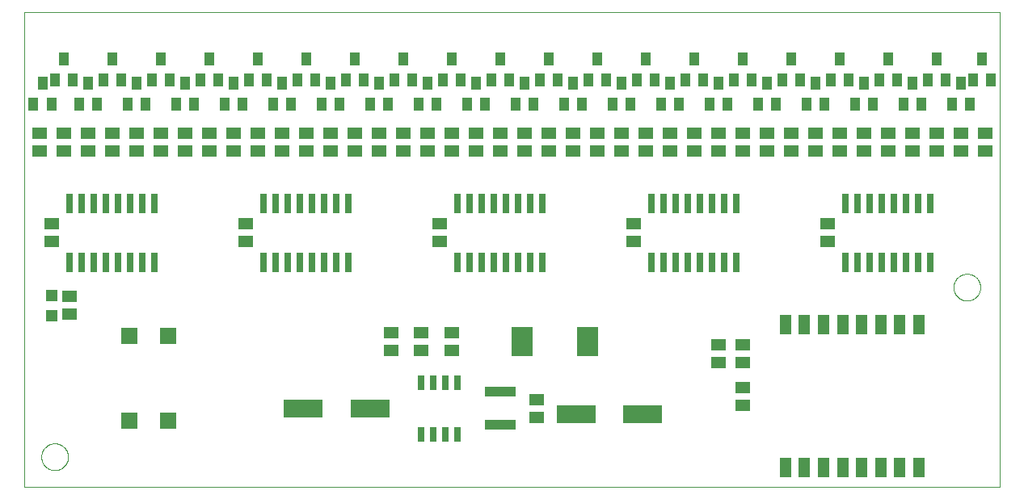
<source format=gtp>
G75*
%MOIN*%
%OFA0B0*%
%FSLAX25Y25*%
%IPPOS*%
%LPD*%
%AMOC8*
5,1,8,0,0,1.08239X$1,22.5*
%
%ADD10C,0.00000*%
%ADD11R,0.05906X0.05118*%
%ADD12R,0.02600X0.08000*%
%ADD13R,0.06299X0.05118*%
%ADD14R,0.04724X0.07874*%
%ADD15R,0.09055X0.12402*%
%ADD16R,0.12598X0.03937*%
%ADD17R,0.03937X0.05512*%
%ADD18R,0.07087X0.06693*%
%ADD19R,0.16339X0.07480*%
%ADD20R,0.02559X0.06004*%
%ADD21R,0.04724X0.04724*%
D10*
X0005550Y0006800D02*
X0005550Y0203001D01*
X0407971Y0203001D01*
X0407971Y0006800D01*
X0005550Y0006800D01*
X0012538Y0019300D02*
X0012540Y0019448D01*
X0012546Y0019596D01*
X0012556Y0019744D01*
X0012570Y0019891D01*
X0012588Y0020038D01*
X0012609Y0020184D01*
X0012635Y0020330D01*
X0012665Y0020475D01*
X0012698Y0020619D01*
X0012736Y0020762D01*
X0012777Y0020904D01*
X0012822Y0021045D01*
X0012870Y0021185D01*
X0012923Y0021324D01*
X0012979Y0021461D01*
X0013039Y0021596D01*
X0013102Y0021730D01*
X0013169Y0021862D01*
X0013240Y0021992D01*
X0013314Y0022120D01*
X0013391Y0022246D01*
X0013472Y0022370D01*
X0013556Y0022492D01*
X0013643Y0022611D01*
X0013734Y0022728D01*
X0013828Y0022843D01*
X0013924Y0022955D01*
X0014024Y0023065D01*
X0014126Y0023171D01*
X0014232Y0023275D01*
X0014340Y0023376D01*
X0014451Y0023474D01*
X0014564Y0023570D01*
X0014680Y0023662D01*
X0014798Y0023751D01*
X0014919Y0023836D01*
X0015042Y0023919D01*
X0015167Y0023998D01*
X0015294Y0024074D01*
X0015423Y0024146D01*
X0015554Y0024215D01*
X0015687Y0024280D01*
X0015822Y0024341D01*
X0015958Y0024399D01*
X0016095Y0024454D01*
X0016234Y0024504D01*
X0016375Y0024551D01*
X0016516Y0024594D01*
X0016659Y0024634D01*
X0016803Y0024669D01*
X0016947Y0024701D01*
X0017093Y0024728D01*
X0017239Y0024752D01*
X0017386Y0024772D01*
X0017533Y0024788D01*
X0017680Y0024800D01*
X0017828Y0024808D01*
X0017976Y0024812D01*
X0018124Y0024812D01*
X0018272Y0024808D01*
X0018420Y0024800D01*
X0018567Y0024788D01*
X0018714Y0024772D01*
X0018861Y0024752D01*
X0019007Y0024728D01*
X0019153Y0024701D01*
X0019297Y0024669D01*
X0019441Y0024634D01*
X0019584Y0024594D01*
X0019725Y0024551D01*
X0019866Y0024504D01*
X0020005Y0024454D01*
X0020142Y0024399D01*
X0020278Y0024341D01*
X0020413Y0024280D01*
X0020546Y0024215D01*
X0020677Y0024146D01*
X0020806Y0024074D01*
X0020933Y0023998D01*
X0021058Y0023919D01*
X0021181Y0023836D01*
X0021302Y0023751D01*
X0021420Y0023662D01*
X0021536Y0023570D01*
X0021649Y0023474D01*
X0021760Y0023376D01*
X0021868Y0023275D01*
X0021974Y0023171D01*
X0022076Y0023065D01*
X0022176Y0022955D01*
X0022272Y0022843D01*
X0022366Y0022728D01*
X0022457Y0022611D01*
X0022544Y0022492D01*
X0022628Y0022370D01*
X0022709Y0022246D01*
X0022786Y0022120D01*
X0022860Y0021992D01*
X0022931Y0021862D01*
X0022998Y0021730D01*
X0023061Y0021596D01*
X0023121Y0021461D01*
X0023177Y0021324D01*
X0023230Y0021185D01*
X0023278Y0021045D01*
X0023323Y0020904D01*
X0023364Y0020762D01*
X0023402Y0020619D01*
X0023435Y0020475D01*
X0023465Y0020330D01*
X0023491Y0020184D01*
X0023512Y0020038D01*
X0023530Y0019891D01*
X0023544Y0019744D01*
X0023554Y0019596D01*
X0023560Y0019448D01*
X0023562Y0019300D01*
X0023560Y0019152D01*
X0023554Y0019004D01*
X0023544Y0018856D01*
X0023530Y0018709D01*
X0023512Y0018562D01*
X0023491Y0018416D01*
X0023465Y0018270D01*
X0023435Y0018125D01*
X0023402Y0017981D01*
X0023364Y0017838D01*
X0023323Y0017696D01*
X0023278Y0017555D01*
X0023230Y0017415D01*
X0023177Y0017276D01*
X0023121Y0017139D01*
X0023061Y0017004D01*
X0022998Y0016870D01*
X0022931Y0016738D01*
X0022860Y0016608D01*
X0022786Y0016480D01*
X0022709Y0016354D01*
X0022628Y0016230D01*
X0022544Y0016108D01*
X0022457Y0015989D01*
X0022366Y0015872D01*
X0022272Y0015757D01*
X0022176Y0015645D01*
X0022076Y0015535D01*
X0021974Y0015429D01*
X0021868Y0015325D01*
X0021760Y0015224D01*
X0021649Y0015126D01*
X0021536Y0015030D01*
X0021420Y0014938D01*
X0021302Y0014849D01*
X0021181Y0014764D01*
X0021058Y0014681D01*
X0020933Y0014602D01*
X0020806Y0014526D01*
X0020677Y0014454D01*
X0020546Y0014385D01*
X0020413Y0014320D01*
X0020278Y0014259D01*
X0020142Y0014201D01*
X0020005Y0014146D01*
X0019866Y0014096D01*
X0019725Y0014049D01*
X0019584Y0014006D01*
X0019441Y0013966D01*
X0019297Y0013931D01*
X0019153Y0013899D01*
X0019007Y0013872D01*
X0018861Y0013848D01*
X0018714Y0013828D01*
X0018567Y0013812D01*
X0018420Y0013800D01*
X0018272Y0013792D01*
X0018124Y0013788D01*
X0017976Y0013788D01*
X0017828Y0013792D01*
X0017680Y0013800D01*
X0017533Y0013812D01*
X0017386Y0013828D01*
X0017239Y0013848D01*
X0017093Y0013872D01*
X0016947Y0013899D01*
X0016803Y0013931D01*
X0016659Y0013966D01*
X0016516Y0014006D01*
X0016375Y0014049D01*
X0016234Y0014096D01*
X0016095Y0014146D01*
X0015958Y0014201D01*
X0015822Y0014259D01*
X0015687Y0014320D01*
X0015554Y0014385D01*
X0015423Y0014454D01*
X0015294Y0014526D01*
X0015167Y0014602D01*
X0015042Y0014681D01*
X0014919Y0014764D01*
X0014798Y0014849D01*
X0014680Y0014938D01*
X0014564Y0015030D01*
X0014451Y0015126D01*
X0014340Y0015224D01*
X0014232Y0015325D01*
X0014126Y0015429D01*
X0014024Y0015535D01*
X0013924Y0015645D01*
X0013828Y0015757D01*
X0013734Y0015872D01*
X0013643Y0015989D01*
X0013556Y0016108D01*
X0013472Y0016230D01*
X0013391Y0016354D01*
X0013314Y0016480D01*
X0013240Y0016608D01*
X0013169Y0016738D01*
X0013102Y0016870D01*
X0013039Y0017004D01*
X0012979Y0017139D01*
X0012923Y0017276D01*
X0012870Y0017415D01*
X0012822Y0017555D01*
X0012777Y0017696D01*
X0012736Y0017838D01*
X0012698Y0017981D01*
X0012665Y0018125D01*
X0012635Y0018270D01*
X0012609Y0018416D01*
X0012588Y0018562D01*
X0012570Y0018709D01*
X0012556Y0018856D01*
X0012546Y0019004D01*
X0012540Y0019152D01*
X0012538Y0019300D01*
X0388788Y0089300D02*
X0388790Y0089448D01*
X0388796Y0089596D01*
X0388806Y0089744D01*
X0388820Y0089891D01*
X0388838Y0090038D01*
X0388859Y0090184D01*
X0388885Y0090330D01*
X0388915Y0090475D01*
X0388948Y0090619D01*
X0388986Y0090762D01*
X0389027Y0090904D01*
X0389072Y0091045D01*
X0389120Y0091185D01*
X0389173Y0091324D01*
X0389229Y0091461D01*
X0389289Y0091596D01*
X0389352Y0091730D01*
X0389419Y0091862D01*
X0389490Y0091992D01*
X0389564Y0092120D01*
X0389641Y0092246D01*
X0389722Y0092370D01*
X0389806Y0092492D01*
X0389893Y0092611D01*
X0389984Y0092728D01*
X0390078Y0092843D01*
X0390174Y0092955D01*
X0390274Y0093065D01*
X0390376Y0093171D01*
X0390482Y0093275D01*
X0390590Y0093376D01*
X0390701Y0093474D01*
X0390814Y0093570D01*
X0390930Y0093662D01*
X0391048Y0093751D01*
X0391169Y0093836D01*
X0391292Y0093919D01*
X0391417Y0093998D01*
X0391544Y0094074D01*
X0391673Y0094146D01*
X0391804Y0094215D01*
X0391937Y0094280D01*
X0392072Y0094341D01*
X0392208Y0094399D01*
X0392345Y0094454D01*
X0392484Y0094504D01*
X0392625Y0094551D01*
X0392766Y0094594D01*
X0392909Y0094634D01*
X0393053Y0094669D01*
X0393197Y0094701D01*
X0393343Y0094728D01*
X0393489Y0094752D01*
X0393636Y0094772D01*
X0393783Y0094788D01*
X0393930Y0094800D01*
X0394078Y0094808D01*
X0394226Y0094812D01*
X0394374Y0094812D01*
X0394522Y0094808D01*
X0394670Y0094800D01*
X0394817Y0094788D01*
X0394964Y0094772D01*
X0395111Y0094752D01*
X0395257Y0094728D01*
X0395403Y0094701D01*
X0395547Y0094669D01*
X0395691Y0094634D01*
X0395834Y0094594D01*
X0395975Y0094551D01*
X0396116Y0094504D01*
X0396255Y0094454D01*
X0396392Y0094399D01*
X0396528Y0094341D01*
X0396663Y0094280D01*
X0396796Y0094215D01*
X0396927Y0094146D01*
X0397056Y0094074D01*
X0397183Y0093998D01*
X0397308Y0093919D01*
X0397431Y0093836D01*
X0397552Y0093751D01*
X0397670Y0093662D01*
X0397786Y0093570D01*
X0397899Y0093474D01*
X0398010Y0093376D01*
X0398118Y0093275D01*
X0398224Y0093171D01*
X0398326Y0093065D01*
X0398426Y0092955D01*
X0398522Y0092843D01*
X0398616Y0092728D01*
X0398707Y0092611D01*
X0398794Y0092492D01*
X0398878Y0092370D01*
X0398959Y0092246D01*
X0399036Y0092120D01*
X0399110Y0091992D01*
X0399181Y0091862D01*
X0399248Y0091730D01*
X0399311Y0091596D01*
X0399371Y0091461D01*
X0399427Y0091324D01*
X0399480Y0091185D01*
X0399528Y0091045D01*
X0399573Y0090904D01*
X0399614Y0090762D01*
X0399652Y0090619D01*
X0399685Y0090475D01*
X0399715Y0090330D01*
X0399741Y0090184D01*
X0399762Y0090038D01*
X0399780Y0089891D01*
X0399794Y0089744D01*
X0399804Y0089596D01*
X0399810Y0089448D01*
X0399812Y0089300D01*
X0399810Y0089152D01*
X0399804Y0089004D01*
X0399794Y0088856D01*
X0399780Y0088709D01*
X0399762Y0088562D01*
X0399741Y0088416D01*
X0399715Y0088270D01*
X0399685Y0088125D01*
X0399652Y0087981D01*
X0399614Y0087838D01*
X0399573Y0087696D01*
X0399528Y0087555D01*
X0399480Y0087415D01*
X0399427Y0087276D01*
X0399371Y0087139D01*
X0399311Y0087004D01*
X0399248Y0086870D01*
X0399181Y0086738D01*
X0399110Y0086608D01*
X0399036Y0086480D01*
X0398959Y0086354D01*
X0398878Y0086230D01*
X0398794Y0086108D01*
X0398707Y0085989D01*
X0398616Y0085872D01*
X0398522Y0085757D01*
X0398426Y0085645D01*
X0398326Y0085535D01*
X0398224Y0085429D01*
X0398118Y0085325D01*
X0398010Y0085224D01*
X0397899Y0085126D01*
X0397786Y0085030D01*
X0397670Y0084938D01*
X0397552Y0084849D01*
X0397431Y0084764D01*
X0397308Y0084681D01*
X0397183Y0084602D01*
X0397056Y0084526D01*
X0396927Y0084454D01*
X0396796Y0084385D01*
X0396663Y0084320D01*
X0396528Y0084259D01*
X0396392Y0084201D01*
X0396255Y0084146D01*
X0396116Y0084096D01*
X0395975Y0084049D01*
X0395834Y0084006D01*
X0395691Y0083966D01*
X0395547Y0083931D01*
X0395403Y0083899D01*
X0395257Y0083872D01*
X0395111Y0083848D01*
X0394964Y0083828D01*
X0394817Y0083812D01*
X0394670Y0083800D01*
X0394522Y0083792D01*
X0394374Y0083788D01*
X0394226Y0083788D01*
X0394078Y0083792D01*
X0393930Y0083800D01*
X0393783Y0083812D01*
X0393636Y0083828D01*
X0393489Y0083848D01*
X0393343Y0083872D01*
X0393197Y0083899D01*
X0393053Y0083931D01*
X0392909Y0083966D01*
X0392766Y0084006D01*
X0392625Y0084049D01*
X0392484Y0084096D01*
X0392345Y0084146D01*
X0392208Y0084201D01*
X0392072Y0084259D01*
X0391937Y0084320D01*
X0391804Y0084385D01*
X0391673Y0084454D01*
X0391544Y0084526D01*
X0391417Y0084602D01*
X0391292Y0084681D01*
X0391169Y0084764D01*
X0391048Y0084849D01*
X0390930Y0084938D01*
X0390814Y0085030D01*
X0390701Y0085126D01*
X0390590Y0085224D01*
X0390482Y0085325D01*
X0390376Y0085429D01*
X0390274Y0085535D01*
X0390174Y0085645D01*
X0390078Y0085757D01*
X0389984Y0085872D01*
X0389893Y0085989D01*
X0389806Y0086108D01*
X0389722Y0086230D01*
X0389641Y0086354D01*
X0389564Y0086480D01*
X0389490Y0086608D01*
X0389419Y0086738D01*
X0389352Y0086870D01*
X0389289Y0087004D01*
X0389229Y0087139D01*
X0389173Y0087276D01*
X0389120Y0087415D01*
X0389072Y0087555D01*
X0389027Y0087696D01*
X0388986Y0087838D01*
X0388948Y0087981D01*
X0388915Y0088125D01*
X0388885Y0088270D01*
X0388859Y0088416D01*
X0388838Y0088562D01*
X0388820Y0088709D01*
X0388806Y0088856D01*
X0388796Y0089004D01*
X0388790Y0089152D01*
X0388788Y0089300D01*
D11*
X0336800Y0108060D03*
X0336800Y0115540D03*
X0256800Y0115540D03*
X0256800Y0108060D03*
X0176800Y0108060D03*
X0176800Y0115540D03*
X0096800Y0115540D03*
X0096800Y0108060D03*
X0156800Y0070540D03*
X0156800Y0063060D03*
X0216800Y0043040D03*
X0216800Y0035560D03*
X0301800Y0040560D03*
X0301800Y0048040D03*
X0016800Y0108060D03*
X0016800Y0115540D03*
D12*
X0024300Y0123900D03*
X0029300Y0123900D03*
X0034300Y0123900D03*
X0039300Y0123900D03*
X0044300Y0123900D03*
X0049300Y0123900D03*
X0054300Y0123900D03*
X0059300Y0123900D03*
X0104300Y0123900D03*
X0109300Y0123900D03*
X0114300Y0123900D03*
X0119300Y0123900D03*
X0124300Y0123900D03*
X0129300Y0123900D03*
X0134300Y0123900D03*
X0139300Y0123900D03*
X0184300Y0123900D03*
X0189300Y0123900D03*
X0194300Y0123900D03*
X0199300Y0123900D03*
X0204300Y0123900D03*
X0209300Y0123900D03*
X0214300Y0123900D03*
X0219300Y0123900D03*
X0264300Y0123900D03*
X0269300Y0123900D03*
X0274300Y0123900D03*
X0279300Y0123900D03*
X0284300Y0123900D03*
X0289300Y0123900D03*
X0294300Y0123900D03*
X0299300Y0123900D03*
X0344300Y0123900D03*
X0349300Y0123900D03*
X0354300Y0123900D03*
X0359300Y0123900D03*
X0364300Y0123900D03*
X0369300Y0123900D03*
X0374300Y0123900D03*
X0379300Y0123900D03*
X0379300Y0099700D03*
X0374300Y0099700D03*
X0369300Y0099700D03*
X0364300Y0099700D03*
X0359300Y0099700D03*
X0354300Y0099700D03*
X0349300Y0099700D03*
X0344300Y0099700D03*
X0299300Y0099700D03*
X0294300Y0099700D03*
X0289300Y0099700D03*
X0284300Y0099700D03*
X0279300Y0099700D03*
X0274300Y0099700D03*
X0269300Y0099700D03*
X0264300Y0099700D03*
X0219300Y0099700D03*
X0214300Y0099700D03*
X0209300Y0099700D03*
X0204300Y0099700D03*
X0199300Y0099700D03*
X0194300Y0099700D03*
X0189300Y0099700D03*
X0184300Y0099700D03*
X0139300Y0099700D03*
X0134300Y0099700D03*
X0129300Y0099700D03*
X0124300Y0099700D03*
X0119300Y0099700D03*
X0114300Y0099700D03*
X0109300Y0099700D03*
X0104300Y0099700D03*
X0059300Y0099700D03*
X0054300Y0099700D03*
X0049300Y0099700D03*
X0044300Y0099700D03*
X0039300Y0099700D03*
X0034300Y0099700D03*
X0029300Y0099700D03*
X0024300Y0099700D03*
D13*
X0024300Y0085540D03*
X0024300Y0078060D03*
X0021800Y0145560D03*
X0031800Y0145560D03*
X0041800Y0145560D03*
X0051800Y0145560D03*
X0061800Y0145560D03*
X0071800Y0145560D03*
X0081800Y0145560D03*
X0091800Y0145560D03*
X0101800Y0145560D03*
X0111800Y0145560D03*
X0121800Y0145560D03*
X0131800Y0145560D03*
X0141800Y0145560D03*
X0151800Y0145560D03*
X0161800Y0145560D03*
X0171800Y0145560D03*
X0181800Y0145560D03*
X0191800Y0145560D03*
X0201800Y0145560D03*
X0211800Y0145560D03*
X0221800Y0145560D03*
X0231800Y0145560D03*
X0241800Y0145560D03*
X0251800Y0145560D03*
X0261800Y0145560D03*
X0271800Y0145560D03*
X0281800Y0145560D03*
X0291800Y0145560D03*
X0301800Y0145560D03*
X0311800Y0145560D03*
X0321800Y0145560D03*
X0331800Y0145560D03*
X0341800Y0145560D03*
X0351800Y0145560D03*
X0361800Y0145560D03*
X0371800Y0145560D03*
X0381800Y0145560D03*
X0391800Y0145560D03*
X0401800Y0145560D03*
X0401800Y0153040D03*
X0391800Y0153040D03*
X0381800Y0153040D03*
X0371800Y0153040D03*
X0361800Y0153040D03*
X0351800Y0153040D03*
X0341800Y0153040D03*
X0331800Y0153040D03*
X0321800Y0153040D03*
X0311800Y0153040D03*
X0301800Y0153040D03*
X0291800Y0153040D03*
X0281800Y0153040D03*
X0271800Y0153040D03*
X0261800Y0153040D03*
X0251800Y0153040D03*
X0241800Y0153040D03*
X0231800Y0153040D03*
X0221800Y0153040D03*
X0211800Y0153040D03*
X0201800Y0153040D03*
X0191800Y0153040D03*
X0181800Y0153040D03*
X0171800Y0153040D03*
X0161800Y0153040D03*
X0151800Y0153040D03*
X0141800Y0153040D03*
X0131800Y0153040D03*
X0121800Y0153040D03*
X0111800Y0153040D03*
X0101800Y0153040D03*
X0091800Y0153040D03*
X0081800Y0153040D03*
X0071800Y0153040D03*
X0061800Y0153040D03*
X0051800Y0153040D03*
X0041800Y0153040D03*
X0031800Y0153040D03*
X0021800Y0153040D03*
X0011800Y0153040D03*
X0011800Y0145560D03*
X0169300Y0070540D03*
X0169300Y0063060D03*
X0181800Y0063060D03*
X0181800Y0070540D03*
X0291800Y0065540D03*
X0301800Y0065540D03*
X0301800Y0058060D03*
X0291800Y0058060D03*
D14*
X0319398Y0073828D03*
X0327272Y0073828D03*
X0335146Y0073828D03*
X0343020Y0073828D03*
X0350894Y0073828D03*
X0358769Y0073828D03*
X0366643Y0073828D03*
X0374517Y0073828D03*
X0374517Y0014772D03*
X0366643Y0014772D03*
X0358769Y0014772D03*
X0350894Y0014772D03*
X0343020Y0014772D03*
X0335146Y0014772D03*
X0327272Y0014772D03*
X0319398Y0014772D03*
D15*
X0237883Y0066800D03*
X0210717Y0066800D03*
D16*
X0201800Y0046190D03*
X0201800Y0032410D03*
D17*
X0195540Y0164969D03*
X0188060Y0164969D03*
X0175540Y0164969D03*
X0168060Y0164969D03*
X0155540Y0164969D03*
X0148060Y0164969D03*
X0135540Y0164969D03*
X0128060Y0164969D03*
X0115540Y0164969D03*
X0108060Y0164969D03*
X0095540Y0164969D03*
X0088060Y0164969D03*
X0075540Y0164969D03*
X0068060Y0164969D03*
X0055540Y0164969D03*
X0048060Y0164969D03*
X0035540Y0164969D03*
X0028060Y0164969D03*
X0016790Y0164969D03*
X0009310Y0164969D03*
X0013050Y0173631D03*
X0018060Y0174969D03*
X0025540Y0174969D03*
X0031800Y0173631D03*
X0038060Y0174969D03*
X0045540Y0174969D03*
X0051800Y0173631D03*
X0058060Y0174969D03*
X0065540Y0174969D03*
X0071800Y0173631D03*
X0078060Y0174969D03*
X0085540Y0174969D03*
X0091800Y0173631D03*
X0098060Y0174969D03*
X0105540Y0174969D03*
X0111800Y0173631D03*
X0118060Y0174969D03*
X0125540Y0174969D03*
X0131800Y0173631D03*
X0138060Y0174969D03*
X0145540Y0174969D03*
X0151800Y0173631D03*
X0158060Y0174969D03*
X0165540Y0174969D03*
X0171800Y0173631D03*
X0178060Y0174969D03*
X0185540Y0174969D03*
X0191800Y0173631D03*
X0198060Y0174969D03*
X0205540Y0174969D03*
X0211800Y0173631D03*
X0218060Y0174969D03*
X0225540Y0174969D03*
X0231800Y0173631D03*
X0238060Y0174969D03*
X0245540Y0174969D03*
X0251800Y0173631D03*
X0258060Y0174969D03*
X0265540Y0174969D03*
X0271800Y0173631D03*
X0278060Y0174969D03*
X0285540Y0174969D03*
X0291800Y0173631D03*
X0298060Y0174969D03*
X0305540Y0174969D03*
X0311800Y0173631D03*
X0318060Y0174969D03*
X0325540Y0174969D03*
X0331800Y0173631D03*
X0338060Y0174969D03*
X0345540Y0174969D03*
X0351800Y0173631D03*
X0358060Y0174969D03*
X0365540Y0174969D03*
X0371800Y0173631D03*
X0378060Y0174969D03*
X0385540Y0174969D03*
X0391800Y0173631D03*
X0396810Y0174969D03*
X0404290Y0174969D03*
X0395540Y0164969D03*
X0388060Y0164969D03*
X0375540Y0164969D03*
X0368060Y0164969D03*
X0355540Y0164969D03*
X0348060Y0164969D03*
X0335540Y0164969D03*
X0328060Y0164969D03*
X0315540Y0164969D03*
X0308060Y0164969D03*
X0295540Y0164969D03*
X0288060Y0164969D03*
X0275540Y0164969D03*
X0268060Y0164969D03*
X0255540Y0164969D03*
X0248060Y0164969D03*
X0235540Y0164969D03*
X0228060Y0164969D03*
X0215540Y0164969D03*
X0208060Y0164969D03*
X0201800Y0183631D03*
X0181800Y0183631D03*
X0161800Y0183631D03*
X0141800Y0183631D03*
X0121800Y0183631D03*
X0101800Y0183631D03*
X0081800Y0183631D03*
X0061800Y0183631D03*
X0041800Y0183631D03*
X0021800Y0183631D03*
X0221800Y0183631D03*
X0241800Y0183631D03*
X0261800Y0183631D03*
X0281800Y0183631D03*
X0301800Y0183631D03*
X0321800Y0183631D03*
X0341800Y0183631D03*
X0361800Y0183631D03*
X0381800Y0183631D03*
X0400550Y0183631D03*
D18*
X0064871Y0069300D03*
X0048729Y0069300D03*
X0048729Y0034300D03*
X0064871Y0034300D03*
D19*
X0120520Y0039300D03*
X0148080Y0039300D03*
X0233020Y0036800D03*
X0260580Y0036800D03*
D20*
X0184300Y0028623D03*
X0179300Y0028623D03*
X0174300Y0028623D03*
X0169300Y0028623D03*
X0169300Y0049977D03*
X0174300Y0049977D03*
X0179300Y0049977D03*
X0184300Y0049977D03*
D21*
X0016800Y0077666D03*
X0016800Y0085934D03*
M02*

</source>
